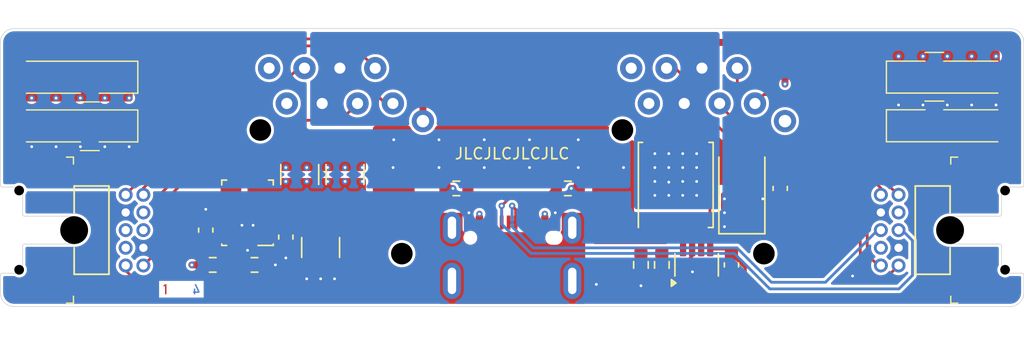
<source format=kicad_pcb>
(kicad_pcb (version 20240108) (generator "pcbnew") (generator_version "8.0")
  (title_block (date "2024-06-20") (rev "3"))
  (layers (0 "F.Cu" signal "Front") (1 "In1.Cu" power) (2 "In2.Cu" power) (31 "B.Cu" signal "Back") (35 "F.Paste" user) (36 "B.SilkS" user "B.Silkscreen") (37 "F.SilkS" user "F.Silkscreen") (38 "B.Mask" user) (39 "F.Mask" user) (44 "Edge.Cuts" user))
  (property "Order-Number" "JLCJLCJLCJLC")
  (net 0 "")
  (net 1 "GND")
  (net 2 "Net-(U201-VCAP)")
  (net 3 "/Power +5V/Feedback")
  (net 4 "+5V")
  (net 5 "/+24V-Input")
  (net 6 "/Power +5V/Vcc")
  (net 7 "/Polarity Protection/Gate")
  (net 8 "/Polarity Protection/Overvoltage")
  (net 10 "/+24V-Supply")
  (net 14 "/Plug-RX-A")
  (net 15 "/Plug-RX-B")
  (net 16 "/Plug-TX-Y")
  (net 17 "/Plug-TX-Z")
  (net 18 "/Socket-RX-A")
  (net 19 "/Socket-RX-B")
  (net 20 "/Socket-TX-Y")
  (net 21 "/Socket-TX-Z")
  (net 22 "/USB-CC1")
  (net 23 "/USB+")
  (net 24 "/USB-")
  (net 25 "/USB-CC2")
  (net 26 "Earth")
  (net 31 "/RJ45-Shield")
  (net 34 "VBUS")
  (footprint "V2_Package_TO_SOT_SMD:SOT-23-8" (layer "F.Cu") (at 167 112 90)
    (property "Reference" "U201" (hide yes))
    (property "Value" "LM74502-Q1")
  )
  (footprint "Resistor_SMD:R_0603_1608Metric" (layer "F.Cu") (at 132.25 112)
    (property "Reference" "R301" (hide yes))
    (property "Value" "40k2" (hide yes))
  )
  (footprint "V2_Connector_USB:JAE_DX07S016JA3" (layer "F.Cu") (at 153.75 112)
    (property "Reference" "J103" (hide yes))
    (property "Value" "JAE_DX07S016JA3")
  )
  (footprint "V2_Package_TO_SOT_SMD:TDSON-8-FL" (layer "F.Cu") (at 165.5 106.25 90)
    (property "Reference" "Q201" (hide yes))
    (property "Value" "BSC010N04LS")
  )
  (footprint "Resistor_SMD:R_0603_1608Metric" (layer "F.Cu") (at 164.5 112 90)
    (property "Reference" "R201" (hide yes))
    (property "Value" "100k")
  )
  (footprint "V2_Fiducial:Fiducial_0.5mm_Mask1mm_Paste" (layer "F.Cu") (at 189.5 114)
    (property "Reference" "FID103" (hide yes))
    (property "Value" "Fiducial" (hide yes))
  )
  (footprint "V2_Artwork:Socket_Small" (layer "F.Cu") (at 123.5 113.75)
    (property "Reference" "ICON108" (hide yes))
    (property "Value" "Socket" (hide yes))
  )
  (footprint "V2_Fiducial:Fiducial_0.5mm_Mask1mm_Paste" (layer "F.Cu") (at 118 114)
    (property "Reference" "FID101" (hide yes))
    (property "Value" "Fiducial" (hide yes))
  )
  (footprint "V2_Artwork:Arrow_Out" (layer "F.Cu") (at 176.25 99)
    (property "Reference" "ICON111" (hide yes))
    (property "Value" "Arrow_Out" (hide yes))
  )
  (footprint "V2_Production:Order_Number" (layer "F.Cu") (at 153.75 104)
    (property "Reference" "INFO102" (hide yes))
    (property "Value" "ORDER-NUMBER" (hide yes))
  )
  (footprint "V2_Artwork:Logo_Small" (layer "F.Cu") (at 153.75 99)
    (property "Reference" "ICON102" (hide yes))
    (property "Value" "V2-logo" (hide yes))
  )
  (footprint "V2_Connector_WAGO:2065-100" (layer "F.Cu") (at 123 102)
    (property "Reference" "J106" (hide yes))
    (property "Value" "WAGO-2065" (hide yes))
  )
  (footprint "V2_Connector_Header_1.27mm:PinHeader_2x05_P1.27mm_Horizontal" (layer "F.Cu") (at 181.5 109.5 -90)
    (property "Reference" "J101" (hide yes))
    (property "Value" "2x05_Horizontal")
  )
  (footprint "V2_PCB_Devices:PCB_Plug_Horizontal" (layer "F.Cu") (at 181.5 109.5 -90)
    (property "Reference" "PLUG101" (hide yes))
    (property "Value" "PCB_Plug_Horizontal")
    (fp_line (start -1 -3.7) (end 1 -3.7) (stroke (width 0.05)) (layer "Edge.Cuts"))
    (fp_line (start 1 -3.7) (end 1 -7.25) (stroke (width 0.05)) (layer "Edge.Cuts"))
    (fp_line (start -1 -7.25) (end -1 -3.7) (stroke (width 0.05)) (layer "Edge.Cuts"))
    (fp_line (start -3.1 -7.4) (end -1.15 -7.4) (stroke (width 0.05)) (layer "Edge.Cuts"))
    (fp_line (start 1.15 -7.4) (end 3.1 -7.4) (stroke (width 0.05)) (layer "Edge.Cuts"))
    (fp_line (start 3.1 -7.4) (end 3.1 -8.85) (stroke (width 0.05)) (layer "Edge.Cuts"))
    (fp_line (start -3.1 -8.85) (end -3.1 -7.4) (stroke (width 0.05)) (layer "Edge.Cuts"))
    (fp_arc (start 1 -7.25) (mid 1.043934 -7.356066) (end 1.15 -7.4) (stroke (width 0.05)) (layer "Edge.Cuts"))
    (fp_arc (start -1.15 -7.4) (mid -1.043934 -7.356066) (end -1 -7.25) (stroke (width 0.05)) (layer "Edge.Cuts"))
    (fp_arc (start 3.1 -8.85) (mid 3.143934 -8.956066) (end 3.25 -9) (stroke (width 0.05)) (layer "Edge.Cuts"))
    (fp_arc (start -3.25 -9) (mid -3.143934 -8.956066) (end -3.1 -8.85) (stroke (width 0.05)) (layer "Edge.Cuts"))
  )
  (footprint "Diode_SMD:D_SMA" (layer "F.Cu") (at 170.25 106.25 90)
    (property "Reference" "TVS101" (hide yes))
    (property "Value" "SMAJ36CA")
  )
  (footprint "Resistor_SMD:R_0603_1608Metric" (layer "F.Cu") (at 157.75 106.5)
    (property "Reference" "R102" (hide yes))
    (property "Value" "5k1")
  )
  (footprint "Capacitor_SMD:C_0603_1608Metric" (layer "F.Cu") (at 169.5 112 -90)
    (property "Reference" "C201" (hide yes))
    (property "Value" "0u22")
  )
  (footprint "Capacitor_SMD:C_1210_3225Metric" (layer "F.Cu") (at 138.5 105.5 90)
    (property "Reference" "C304" (hide yes))
    (property "Value" "22u")
  )
  (footprint "Capacitor_SMD:C_0603_1608Metric" (layer "F.Cu") (at 173 106.5 -90)
    (property "Reference" "C102" (hide yes))
    (property "Value" "0u1")
  )
  (footprint "V2_Artwork:Plus_Small" (layer "F.Cu") (at 127.75 102 90)
    (property "Reference" "ICON105" (hide yes))
    (property "Value" "Plus" (hide yes))
  )
  (footprint "V2_PCB_Devices:PCB_Plug_Horizontal" (layer "F.Cu") (at 126 109.5 90)
    (property "Reference" "PLUG102" (hide yes))
    (property "Value" "PCB_Plug_Horizontal")
    (fp_line (start -3.1 -8.85) (end -3.1 -7.4) (stroke (width 0.05)) (layer "Edge.Cuts"))
    (fp_line (start 3.1 -7.4) (end 3.1 -8.85) (stroke (width 0.05)) (layer "Edge.Cuts"))
    (fp_line (start 1.15 -7.4) (end 3.1 -7.4) (stroke (width 0.05)) (layer "Edge.Cuts"))
    (fp_line (start -3.1 -7.4) (end -1.15 -7.4) (stroke (width 0.05)) (layer "Edge.Cuts"))
    (fp_line (start -1 -7.25) (end -1 -3.7) (stroke (width 0.05)) (layer "Edge.Cuts"))
    (fp_line (start 1 -3.7) (end 1 -7.25) (stroke (width 0.05)) (layer "Edge.Cuts"))
    (fp_line (start -1 -3.7) (end 1 -3.7) (stroke (width 0.05)) (layer "Edge.Cuts"))
    (fp_arc (start -3.25 -9) (mid -3.143934 -8.956066) (end -3.1 -8.85) (stroke (width 0.05)) (layer "Edge.Cuts"))
    (fp_arc (start 3.1 -8.85) (mid 3.143934 -8.956066) (end 3.25 -9) (stroke (width 0.05)) (layer "Edge.Cuts"))
    (fp_arc (start -1.15 -7.4) (mid -1.043934 -7.356066) (end -1 -7.25) (stroke (width 0.05)) (layer "Edge.Cuts"))
    (fp_arc (start 1 -7.25) (mid 1.043934 -7.356066) (end 1.15 -7.4) (stroke (width 0.05)) (layer "Edge.Cuts"))
  )
  (footprint "V2_Artwork:24V" (layer "F.Cu") (at 131.25 97.25)
    (property "Reference" "ICON107" (hide yes))
    (property "Value" "24V" (hide yes))
  )
  (footprint "Resistor_SMD:R_0603_1608Metric" (layer "F.Cu") (at 149.75 106.5 180)
    (property "Reference" "R101" (hide yes))
    (property "Value" "5k1")
  )
  (footprint "V2_Artwork:5V" (layer "F.Cu") (at 176.25 97.25)
    (property "Reference" "ICON106" (hide yes))
    (property "Value" "5V" (hide yes))
  )
  (footprint "V2_Connector_Header_1.27mm:PinHeader_2x05_P1.27mm_Horizontal" (layer "F.Cu") (at 126 109.5 90)
    (property "Reference" "J104" (hide yes))
    (property "Value" "2x05_Horizontal")
  )
  (footprint "V2_Production:Layer_Numbers" (layer "F.Cu") (at 130 113.75)
    (property "Reference" "INFO101" (hide yes))
    (property "Value" "Layer_Numbers" (hide yes))
  )
  (footprint "Capacitor_SMD:C_1210_3225Metric" (layer "F.Cu") (at 140 110.75 -90)
    (property "Reference" "C301" (hide yes))
    (property "Value" "10u")
  )
  (footprint "V2_Connector_WAGO:2065-100" (layer "F.Cu") (at 123 98.5)
    (property "Reference" "J109" (hide yes))
    (property "Value" "WAGO-2065" (hide yes))
  )
  (footprint "Resistor_SMD:R_0603_1608Metric" (layer "F.Cu") (at 163 112 -90)
    (property "Reference" "R202" (hide yes))
    (property "Value" "4k7")
  )
  (footprint "Capacitor_SMD:C_0603_1608Metric" (layer "F.Cu") (at 137.5 110 -90)
    (property "Reference" "C302" (hide yes))
    (property "Value" "0u1" (hide yes))
  )
  (footprint "V2_Connector_WAGO:2065-100" (layer "F.Cu") (at 184.5 98.5 180)
    (property "Reference" "J108" (hide yes))
    (property "Value" "WAGO-2065" (hide yes))
  )
  (footprint "V2_Artwork:Plug_Small" (layer "F.Cu") (at 184 113.75 180)
    (property "Reference" "ICON109" (hide yes))
    (property "Value" "Plug" (hide yes))
  )
  (footprint "V2_Connector_WAGO:2065-100" (layer "F.Cu") (at 184.5 102 180)
    (property "Reference" "J107" (hide yes))
    (property "Value" "WAGO-2065" (hide yes))
  )
  (footprint "Capacitor_SMD:C_0603_1608Metric" (layer "F.Cu") (at 131.75 109.5 90)
    (property "Reference" "C305" (hide yes))
    (property "Value" "1u" (hide yes))
  )
  (footprint "Resistor_SMD:R_0603_1608Metric" (layer "F.Cu") (at 135.25 112)
    (property "Reference" "R302" (hide yes))
    (property "Value" "10k" (hide yes))
  )
  (footprint "V2_Converter_DCDC:TPSM33625" (layer "F.Cu") (at 134.75 108.25 180)
    (property "Reference" "U301" (hide yes))
    (property "Value" "TPSM33625" (hide yes))
  )
  (footprint "V2_Fiducial:Fiducial_0.5mm_Mask1mm_Paste" (layer "F.Cu") (at 118 96)
    (property "Reference" "FID102" (hide yes))
    (property "Value" "Fiducial" (hide yes))
  )
  (footprint "Capacitor_SMD:C_1210_3225Metric" (layer "F.Cu") (at 141.75 105.5 90)
    (property "Reference" "C303" (hide yes))
    (property "Value" "22u")
  )
  (footprint "V2_Artwork:Plus_Small" (layer "F.Cu") (at 179.75 98.5 -90)
    (property "Reference" "ICON103" (hide yes))
    (property "Value" "Plus" (hide yes))
  )
  (footprint "V2_Artwork:Arrow_Out" (layer "F.Cu") (at 131.25 99)
    (property "Reference" "ICON110" (hide yes))
    (property "Value" "Arrow_Out" (hide yes))
  )
  (footprint "V2_Connector_EtherCon:NE8FAH" (layer "B.Cu") (at 166.75 115)
    (property "Reference" "J102" (hide yes))
    (property "Value" "NE8FAH" (hide yes))
  )
  (footprint "V2_Connector_EtherCon:NE8FAH" (layer "B.Cu") (at 140.75 115)
    (property "Reference" "J105" (hide yes))
    (property "Value" "NE8FAH" (hide yes))
  )
  (gr_line (start 190.5 96) (end 190.5 106.25) (stroke (width 0.05)) (layer "Edge.Cuts"))
  (gr_line (start 117 112.75) (end 117 114) (stroke (width 0.05)) (layer "Edge.Cuts"))
  (gr_line (start 118 95) (end 189.5 95) (stroke (width 0.05)) (layer "Edge.Cuts"))
  (gr_line (start 117 96) (end 117 106.25) (stroke (width 0.05)) (layer "Edge.Cuts"))
  (gr_line (start 190.5 112.75) (end 190.5 114) (stroke (width 0.05)) (layer "Edge.Cuts"))
  (gr_arc (start 118 115) (mid 117.292893 114.707107) (end 117 114) (stroke (width 0.05)) (layer "Edge.Cuts"))
  (gr_arc (start 190.5 114) (mid 190.207107 114.707107) (end 189.5 115) (stroke (width 0.05)) (layer "Edge.Cuts"))
  (gr_arc (start 117 96) (mid 117.292893 95.292893) (end 118 95) (stroke (width 0.05)) (layer "Edge.Cuts"))
  (gr_arc (start 189.5 95) (mid 190.207107 95.292893) (end 190.5 96) (stroke (width 0.05)) (layer "Edge.Cuts"))
  (gr_line (start 118 115) (end 189.5 115) (stroke (width 0.05)) (layer "Edge.Cuts"))
  (segment (start 163 113.5) (end 163 112.825) (width 0.5) (layer "F.Cu") (net 1))
  (segment (start 131.75 108) (end 131.75 108.725) (width 0.5) (layer "F.Cu") (net 1))
  (segment (start 136.75 112) (end 136.075 112) (width 0.5) (layer "F.Cu") (net 1))
  (segment (start 166.699875 112.5) (end 166.675 112.524875) (width 0.3) (layer "F.Cu") (net 1))
  (segment (start 150.65 108.251038) (end 150.65 108.95) (width 0.5) (layer "F.Cu") (net 1))
  (segment (start 158.575 106.5) (end 158 106.5) (width 0.5) (layer "F.Cu") (net 1))
  (segment (start 134.75 110.95) (end 134.75 109.95) (width 0.3) (layer "F.Cu") (net 1))
  (segment (start 137.5 111.5) (end 137.5 110.775) (width 0.5) (layer "F.Cu") (net 1))
  (segment (start 150.648962 108.25) (end 150.65 108.251038) (width 0.5) (layer "F.Cu") (net 1))
  (segment (start 148.925 106.5) (end 149.5 106.5) (width 0.5) (layer "F.Cu") (net 1))
  (segment (start 156.85 108.95) (end 156.85 108.25) (width 0.5) (layer "F.Cu") (net 1))
  (segment (start 166.675 112.524875) (end 166.675 113.1375) (width 0.3) (layer "F.Cu") (net 1))
  (via (at 137.5 105) (size 0.45) (drill 0.2) (layers "F.Cu" "B.Cu") (net 1))
  (via (at 183.25 100.5) (size 0.45) (drill 0.2) (layers "F.Cu" "B.Cu") (net 1))
  (via (at 139 105) (size 0.45) (drill 0.2) (layers "F.Cu" "B.Cu") (net 1))
  (via (at 156.85 108.25) (size 0.45) (drill 0.2) (layers "F.Cu" "B.Cu") (net 1))
  (via (at 163 113.5) (size 0.45) (drill 0.2) (layers "F.Cu" "B.Cu") (net 1))
  (via (at 166.699875 112.5) (size 0.45) (drill 0.2) (layers "F.Cu" "B.Cu") (net 1))
  (via (at 158 106.5) (size 0.45) (drill 0.2) (layers "F.Cu" "B.Cu") (net 1))
  (via (at 134.75 110.95) (size 0.45) (drill 0.2) (layers "F.Cu" "B.Cu") (net 1))
  (via (at 122.75 100) (size 0.45) (drill 0.2) (layers "F.Cu" "B.Cu") (net 1))
  (via (at 150.648962 108.25) (size 0.45) (drill 0.2) (layers "F.Cu" "B.Cu") (net 1))
  (via (at 169 107.25) (size 0.45) (drill 0.2) (layers "F.Cu" "B.Cu") (net 1))
  (via (at 178.2 112.8) (size 0.45) (drill 0.2) (layers "F.Cu" "B.Cu") (net 1))
  (via (at 136.75 112) (size 0.45) (drill 0.2) (layers "F.Cu" "B.Cu") (net 1))
  (via (at 139 113) (size 0.45) (drill 0.2) (layers "F.Cu" "B.Cu") (net 1))
  (via (at 169 108.25) (size 0.45) (drill 0.2) (layers "F.Cu" "B.Cu") (net 1))
  (via (at 140 113) (size 0.45) (drill 0.2) (layers "F.Cu" "B.Cu") (net 1))
  (via (at 126.25 100) (size 0.45) (drill 0.2) (layers "F.Cu" "B.Cu") (net 1))
  (via (at 119.25 100) (size 0.45) (drill 0.2) (layers "F.Cu" "B.Cu") (net 1))
  (via (at 149.5 106.5) (size 0.45) (drill 0.2) (layers "F.Cu" "B.Cu") (net 1))
  (via (at 143 105) (size 0.45) (drill 0.2) (layers "F.Cu" "B.Cu") (net 1))
  (via (at 188.5 100.5) (size 0.45) (drill 0.2) (layers "F.Cu" "B.Cu") (net 1))
  (via (at 141.75 105) (size 0.45) (drill 0.2) (layers "F.Cu" "B.Cu") (net 1))
  (via (at 137.5 111.5) (size 0.45) (drill 0.2) (layers "F.Cu" "B.Cu") (net 1))
  (via (at 186.75 100.5) (size 0.45) (drill 0.2) (layers "F.Cu" "B.Cu") (net 1))
  (via (at 171.75 107.25) (size 0.45) (drill 0.2) (layers "F.Cu" "B.Cu") (net 1))
  (via (at 169 109.25) (size 0.45) (drill 0.2) (layers "F.Cu" "B.Cu") (net 1))
  (via (at 124.5 100) (size 0.45) (drill 0.2) (layers "F.Cu" "B.Cu") (net 1))
  (via (at 141 113) (size 0.45) (drill 0.2) (layers "F.Cu" "B.Cu") (net 1))
  (via (at 159.8 113.4) (size 0.45) (drill 0.2) (layers "F.Cu" "B.Cu") (net 1))
  (via (at 131.75 108) (size 0.45) (drill 0.2) (layers "F.Cu" "B.Cu") (net 1))
  (via (at 185 100.5) (size 0.45) (drill 0.2) (layers "F.Cu" "B.Cu") (net 1))
  (via (at 140.5 105) (size 0.45) (drill 0.2) (layers "F.Cu" "B.Cu") (net 1))
  (via (at 121 100) (size 0.45) (drill 0.2) (layers "F.Cu" "B.Cu") (net 1))
  (via (at 181.5 100.5) (size 0.45) (drill 0.2) (layers "F.Cu" "B.Cu") (net 1))
  (segment (start 169.1375 113.1375) (end 169.5 112.775) (width 0.2) (layer "F.Cu") (net 2))
  (segment (start 167.975 113.1375) (end 169.1375 113.1375) (width 0.2) (layer "F.Cu") (net 2))
  (segment (start 134.25 110.31) (end 134.225 110.335) (width 0.2) (layer "F.Cu") (net 3))
  (segment (start 134.225 111.8) (end 134.425 112) (width 0.2) (layer "F.Cu") (net 3))
  (segment (start 134.425 112) (end 133.075 112) (width 0.2) (layer "F.Cu") (net 3))
  (segment (start 134.225 110.335) (end 134.225 111.8) (width 0.2) (layer "F.Cu") (net 3))
  (segment (start 131.425 112) (end 130.75 112) (width 0.5) (layer "F.Cu") (net 4))
  (via (at 183.25 97) (size 0.45) (drill 0.2) (layers "F.Cu" "B.Cu") (net 4))
  (via (at 186.75 97) (size 0.45) (drill 0.2) (layers "F.Cu" "B.Cu") (net 4))
  (via (at 130.75 112) (size 0.45) (drill 0.2) (layers "F.Cu" "B.Cu") (net 4))
  (via (at 139 106) (size 0.45) (drill 0.2) (layers "F.Cu" "B.Cu") (net 4))
  (via (at 143 106) (size 0.45) (drill 0.2) (layers "F.Cu" "B.Cu") (net 4))
  (via (at 141.75 106) (size 0.45) (drill 0.2) (layers "F.Cu" "B.Cu") (net 4))
  (via (at 188.5 97) (size 0.45) (drill 0.2) (layers "F.Cu" "B.Cu") (net 4))
  (via (at 185 97) (size 0.45) (drill 0.2) (layers "F.Cu" "B.Cu") (net 4))
  (via (at 137.5 106) (size 0.45) (drill 0.2) (layers "F.Cu" "B.Cu") (net 4))
  (via (at 181.5 97) (size 0.45) (drill 0.2) (layers "F.Cu" "B.Cu") (net 4))
  (via (at 140.5 106) (size 0.45) (drill 0.2) (layers "F.Cu" "B.Cu") (net 4))
  (segment (start 170.5 113.5) (end 169.5 114.5) (width 0.2) (layer "F.Cu") (net 5))
  (segment (start 166.025 114.025) (end 166.025 113.1375) (width 0.2) (layer "F.Cu") (net 5))
  (segment (start 167.955 110.8425) (end 167.975 110.8625) (width 0.2) (layer "F.Cu") (net 5))
  (segment (start 169.1375 110.8625) (end 169.5 111.225) (width 0.2) (layer "F.Cu") (net 5))
  (segment (start 169.5 111.225) (end 170.5 112.225) (width 0.2) (layer "F.Cu") (net 5))
  (segment (start 167.955 107.955) (end 167.955 110.8425) (width 0.2) (layer "F.Cu") (net 5))
  (segment (start 170.5 112.225) (end 170.5 113.5) (width 0.2) (layer "F.Cu") (net 5))
  (segment (start 166.025 113.1375) (end 164.8125 113.1375) (width 0.2) (layer "F.Cu") (net 5))
  (segment (start 167.975 110.8625) (end 169.1375 110.8625) (width 0.2) (layer "F.Cu") (net 5))
  (segment (start 167.75 107.75) (end 167.955 107.955) (width 0.2) (layer "F.Cu") (net 5))
  (segment (start 166.5 114.5) (end 166.025 114.025) (width 0.2) (layer "F.Cu") (net 5))
  (segment (start 164.8125 113.1375) (end 164.5 112.825) (width 0.2) (layer "F.Cu") (net 5))
  (segment (start 169.5 114.5) (end 166.5 114.5) (width 0.2) (layer "F.Cu") (net 5))
  (segment (start 135.275 110.335) (end 135.25 110.31) (width 0.2) (layer "F.Cu") (net 6))
  (segment (start 131.75 110.275) (end 132.25 110.775) (width 0.2) (layer "F.Cu") (net 6))
  (segment (start 132.25 112.5) (end 132.75 113) (width 0.2) (layer "F.Cu") (net 6))
  (segment (start 132.25 110.775) (end 132.25 112.5) (width 0.2) (layer "F.Cu") (net 6))
  (segment (start 135.275 112.475) (end 135.275 110.335) (width 0.2) (layer "F.Cu") (net 6))
  (segment (start 133.3625 110.21) (end 131.815 110.21) (width 0.5) (layer "F.Cu") (net 6))
  (segment (start 131.815 110.21) (end 131.75 110.275) (width 0.2) (layer "F.Cu") (net 6))
  (segment (start 134.75 113) (end 135.275 112.475) (width 0.2) (layer "F.Cu") (net 6))
  (segment (start 132.75 113) (end 134.75 113) (width 0.2) (layer "F.Cu") (net 6))
  (segment (start 167.405 110.7825) (end 167.405 108.9) (width 0.2) (layer "F.Cu") (net 7))
  (segment (start 167.325 110.8625) (end 167.405 110.7825) (width 0.2) (layer "F.Cu") (net 7))
  (segment (start 163 111.175) (end 164.5 111.175) (width 0.2) (layer "F.Cu") (net 8))
  (segment (start 166.035404 112) (end 166.675 111.360404) (width 0.2) (layer "F.Cu") (net 8))
  (segment (start 165.325 112) (end 166.035404 112) (width 0.2) (layer "F.Cu") (net 8))
  (segment (start 164.5 111.175) (end 165.325 112) (width 0.2) (layer "F.Cu") (net 8))
  (segment (start 166.675 111.360404) (end 166.675 110.8625) (width 0.2) (layer "F.Cu") (net 8))
  (segment (start 166.025 108.835621) (end 166.025 110.8625) (width 0.2) (layer "F.Cu") (net 10))
  (segment (start 164.865 108.835621) (end 166.025 108.835621) (width 0.2) (layer "F.Cu") (net 10))
  (via (at 121 103.5) (size 0.45) (drill 0.2) (layers "F.Cu" "B.Cu") (net 10))
  (via (at 119.25 103.5) (size 0.45) (drill 0.2) (layers "F.Cu" "B.Cu") (net 10))
  (via (at 126.25 103.5) (size 0.45) (drill 0.2) (layers "F.Cu" "B.Cu") (net 10))
  (via (at 158.5 103) (size 0.45) (drill 0.2) (layers "F.Cu" "B.Cu") (net 10))
  (via (at 151.75 103) (size 0.45) (drill 0.2) (layers "F.Cu" "B.Cu") (net 10))
  (via (at 145.2 105) (size 0.45) (drill 0.2) (layers "F.Cu" "B.Cu") (net 10))
  (via (at 151.75 105) (size 0.45) (drill 0.2) (layers "F.Cu" "B.Cu") (net 10))
  (via (at 145.25 103) (size 0.45) (drill 0.2) (layers "F.Cu" "B.Cu") (net 10))
  (via (at 124.5 103.5) (size 0.45) (drill 0.2) (layers "F.Cu" "B.Cu") (net 10))
  (via (at 161.75 105) (size 0.45) (drill 0.2) (layers "F.Cu" "B.Cu") (net 10))
  (via (at 148.5 103) (size 0.45) (drill 0.2) (layers "F.Cu" "B.Cu") (net 10))
  (via (at 148.5 105) (size 0.45) (drill 0.2) (layers "F.Cu" "B.Cu") (net 10))
  (via (at 155 105) (size 0.45) (drill 0.2) (layers "F.Cu" "B.Cu") (net 10))
  (via (at 155 103) (size 0.45) (drill 0.2) (layers "F.Cu" "B.Cu") (net 10))
  (via (at 158.5 105) (size 0.45) (drill 0.2) (layers "F.Cu" "B.Cu") (net 10))
  (via (at 122.75 103.5) (size 0.45) (drill 0.2) (layers "F.Cu" "B.Cu") (net 10))
  (segment (start 179.25 111.25) (end 179.25 109.5) (width 0.2) (layer "F.Cu") (net 14))
  (segment (start 179.25 109.5) (end 171.801309 102.051309) (width 0.2) (layer "F.Cu") (net 14))
  (segment (start 170.181309 102.051309) (end 168.65 100.52) (width 0.2) (layer "F.Cu") (net 14))
  (segment (start 180.23 112.04) (end 180.04 112.04) (width 0.2) (layer "F.Cu") (net 14))
  (segment (start 168.65 100.52) (end 168.65 100.39) (width 0.2) (layer "F.Cu") (net 14))
  (segment (start 180.04 112.04) (end 179.25 111.25) (width 0.2) (layer "F.Cu") (net 14))
  (segment (start 171.801309 102.051309) (end 170.181309 102.051309) (width 0.2) (layer "F.Cu") (net 14))
  (segment (start 167.332604 100.832604) (end 169 102.5) (width 0.2) (layer "F.Cu") (net 15))
  (segment (start 171.5 102.5) (end 178.75 109.75) (width 0.2) (layer "F.Cu") (net 15))
  (segment (start 179.75 113) (end 180.54 113) (width 0.2) (layer "F.Cu") (net 15))
  (segment (start 164.84 97.85) (end 165.465605 97.85) (width 0.2) (layer "F.Cu") (net 15))
  (segment (start 167.332604 99.716999) (end 167.332604 100.832604) (width 0.2) (layer "F.Cu") (net 15))
  (segment (start 169 102.5) (end 171.5 102.5) (width 0.2) (layer "F.Cu") (net 15))
  (segment (start 165.465605 97.85) (end 167.332604 99.716999) (width 0.2) (layer "F.Cu") (net 15))
  (segment (start 178.75 112) (end 179.75 113) (width 0.2) (layer "F.Cu") (net 15))
  (segment (start 180.54 113) (end 181.5 112.04) (width 0.2) (layer "F.Cu") (net 15))
  (segment (start 178.75 109.75) (end 178.75 112) (width 0.2) (layer "F.Cu") (net 15))
  (segment (start 171.19 100.39) (end 171.83 99.75) (width 0.2) (layer "F.Cu") (net 16))
  (segment (start 174.25 99.75) (end 181.46 106.96) (width 0.2) (layer "F.Cu") (net 16))
  (segment (start 171.83 99.75) (end 174.25 99.75) (width 0.2) (layer "F.Cu") (net 16))
  (segment (start 181.46 106.96) (end 181.5 106.96) (width 0.2) (layer "F.Cu") (net 16))
  (segment (start 173.04155 100.25) (end 174 100.25) (width 0.2) (layer "F.Cu") (net 17))
  (segment (start 169.92 97.85) (end 169.92 100.92) (width 0.2) (layer "F.Cu") (net 17))
  (segment (start 169.92 100.92) (end 170.610962 101.610962) (width 0.2) (layer "F.Cu") (net 17))
  (segment (start 174 100.25) (end 180.23 106.48) (width 0.2) (layer "F.Cu") (net 17))
  (segment (start 180.23 106.48) (end 180.23 106.96) (width 0.2) (layer "F.Cu") (net 17))
  (segment (start 171.680588 101.610962) (end 173.04155 100.25) (width 0.2) (layer "F.Cu") (net 17))
  (segment (start 170.610962 101.610962) (end 171.680588 101.610962) (width 0.2) (layer "F.Cu") (net 17))
  (segment (start 134.5 97.532843) (end 134.5 99.25) (width 0.2) (layer "F.Cu") (net 18))
  (segment (start 142.643682 98.393682) (end 142.643682 97.268682) (width 0.2) (layer "F.Cu") (net 18))
  (segment (start 145.19 100.39) (end 144.64 100.39) (width 0.2) (layer "F.Cu") (net 18))
  (segment (start 127.27 106.48) (end 127.27 106.96) (width 0.2) (layer "F.Cu") (net 18))
  (segment (start 144.64 100.39) (end 142.643682 98.393682) (width 0.2) (layer "F.Cu") (net 18))
  (segment (start 142.643682 97.268682) (end 141.625 96.25) (width 0.2) (layer "F.Cu") (net 18))
  (segment (start 141.625 96.25) (end 135.782843 96.25) (width 0.2) (layer "F.Cu") (net 18))
  (segment (start 134.5 99.25) (end 127.27 106.48) (width 0.2) (layer "F.Cu") (net 18))
  (segment (start 135.782843 96.25) (end 134.5 97.532843) (width 0.2) (layer "F.Cu") (net 18))
  (segment (start 143.92 97.85) (end 143.92 97.833619) (width 0.2) (layer "F.Cu") (net 19))
  (segment (start 143.92 97.833619) (end 141.836381 95.75) (width 0.2) (layer "F.Cu") (net 19))
  (segment (start 134 97.25) (end 134 98.9375) (width 0.2) (layer "F.Cu") (net 19))
  (segment (start 141.836381 95.75) (end 135.5 95.75) (width 0.2) (layer "F.Cu") (net 19))
  (segment (start 134 98.9375) (end 126 106.9375) (width 0.2) (layer "F.Cu") (net 19))
  (segment (start 126 106.9375) (end 126 106.96) (width 0.2) (layer "F.Cu") (net 19))
  (segment (start 135.5 95.75) (end 134 97.25) (width 0.2) (layer "F.Cu") (net 19))
  (segment (start 141.44 101.6) (end 142.65 100.39) (width 0.2) (layer "F.Cu") (net 20))
  (segment (start 126 112.395) (end 126.605 113) (width 0.2) (layer "F.Cu") (net 20))
  (segment (start 128.8 112.2) (end 128.8 107.4) (width 0.2) (layer "F.Cu") (net 20))
  (segment (start 126 112.04) (end 126 112.395) (width 0.2) (layer "F.Cu") (net 20))
  (segment (start 126.605 113) (end 128 113) (width 0.2) (layer "F.Cu") (net 20))
  (segment (start 137 101.6) (end 141.44 101.6) (width 0.2) (layer "F.Cu") (net 20))
  (segment (start 136.4 101) (end 137 101.6) (width 0.2) (layer "F.Cu") (net 20))
  (segment (start 135.2 101) (end 136.4 101) (width 0.2) (layer "F.Cu") (net 20))
  (segment (start 128 113) (end 128.8 112.2) (width 0.2) (layer "F.Cu") (net 20))
  (segment (start 128.8 107.4) (end 135.2 101) (width 0.2) (layer "F.Cu") (net 20))
  (segment (start 138.4 97.85) (end 137.05 99.2) (width 0.2) (layer "F.Cu") (net 21))
  (segment (start 136.2 99.2) (end 128.25 107.15) (width 0.2) (layer "F.Cu") (net 21))
  (segment (start 138.84 97.85) (end 138.4 97.85) (width 0.2) (layer "F.Cu") (net 21))
  (segment (start 137.05 99.2) (end 136.2 99.2) (width 0.2) (layer "F.Cu") (net 21))
  (segment (start 128.25 111.06) (end 127.27 112.04) (width 0.2) (layer "F.Cu") (net 21))
  (segment (start 128.25 107.15) (end 128.25 111.06) (width 0.2) (layer "F.Cu") (net 21))
  (segment (start 152 107.925) (end 152 108.95) (width 0.2) (layer "F.Cu") (net 22))
  (segment (start 150.575 106.5) (end 152 107.925) (width 0.2) (layer "F.Cu") (net 22))
  (segment (start 153.75 108.95) (end 154 108.95) (width 0.2) (layer "F.Cu") (net 23))
  (segment (start 153.75 107.75) (end 154 108) (width 0.2) (layer "F.Cu") (net 23))
  (segment (start 154 108) (end 154 108.95) (width 0.2) (layer "F.Cu") (net 23))
  (segment (start 153.5 108.95) (end 153.75 108.95) (width 0.2) (layer "F.Cu") (net 23))
  (via (at 153.75 107.75) (size 0.45) (drill 0.2) (layers "F.Cu" "B.Cu") (net 23))
  (segment (start 153.75 109.25) (end 155.275 110.775) (width 0.2) (layer "B.Cu") (net 23))
  (segment (start 169.89472 110.775) (end 172.36972 113.25) (width 0.2) (layer "B.Cu") (net 23))
  (segment (start 180 109.5) (end 180.23 109.5) (width 0.2) (layer "B.Cu") (net 23))
  (segment (start 155.275 110.775) (end 169.89472 110.775) (width 0.2) (layer "B.Cu") (net 23))
  (segment (start 153.75 107.75) (end 153.75 109.25) (width 0.2) (layer "B.Cu") (net 23))
  (segment (start 172.36972 113.25) (end 176.25 113.25) (width 0.2) (layer "B.Cu") (net 23))
  (segment (start 176.25 113.25) (end 180 109.5) (width 0.2) (layer "B.Cu") (net 23))
  (segment (start 153.975 107.225) (end 154.5 107.75) (width 0.2) (layer "F.Cu") (net 24))
  (segment (start 154.5 107.75) (end 154.5 108.95) (width 0.2) (layer "F.Cu") (net 24))
  (segment (start 153 107.75) (end 153 108.95) (width 0.2) (layer "F.Cu") (net 24))
  (segment (start 153.525 107.225) (end 153.975 107.225) (width 0.2) (layer "F.Cu") (net 24))
  (segment (start 153 107.75) (end 153.525 107.225) (width 0.2) (layer "F.Cu") (net 24))
  (via (at 153 107.75) (size 0.45) (drill 0.2) (layers "F.Cu" "B.Cu") (net 24))
  (segment (start 153 107.75) (end 153 109.065685) (width 0.2) (layer "B.Cu") (net 24))
  (segment (start 153 109.065685) (end 155.109315 111.175) (width 0.2) (layer "B.Cu") (net 24))
  (segment (start 155.109315 111.175) (end 169.702017 111.175) (width 0.2) (layer "B.Cu") (net 24))
  (segment (start 182.5 112.75) (end 182.5 110.25) (width 0.2) (layer "B.Cu") (net 24))
  (segment (start 181.525 113.725) (end 182.5 112.75) (width 0.2) (layer "B.Cu") (net 24))
  (segment (start 172.252017 113.725) (end 181.525 113.725) (width 0.2) (layer "B.Cu") (net 24))
  (segment (start 182.5 110.25) (end 181.75 109.5) (width 0.2) (layer "B.Cu") (net 24))
  (segment (start 181.75 109.5) (end 181.5 109.5) (width 0.2) (layer "B.Cu") (net 24))
  (segment (start 169.702017 111.175) (end 172.252017 113.725) (width 0.2) (layer "B.Cu") (net 24))
  (segment (start 156.925 106.5) (end 156.75 106.5) (width 0.2) (layer "F.Cu") (net 25))
  (segment (start 156.75 106.5) (end 155 108.25) (width 0.2) (layer "F.Cu") (net 25))
  (segment (start 155 108.25) (end 155 108.95) (width 0.2) (layer "F.Cu") (net 25))
  (segment (start 171 96) (end 150.2 96) (width 0.5) (layer "F.Cu") (net 31))
  (segment (start 150.2 96) (end 147.345 98.855) (width 0.5) (layer "F.Cu") (net 31))
  (segment (start 173.345 99) (end 173.345 98.345) (width 0.5) (layer "F.Cu") (net 31))
  (segment (start 173.345 98.345) (end 171 96) (width 0.5) (layer "F.Cu") (net 31))
  (segment (start 147.345 98.855) (end 147.345 101.655) (width 0.5) (layer "F.Cu") (net 31))
  (via (at 173.345 99) (size 0.45) (drill 0.2) (layers "F.Cu" "B.Cu") (net 31))
  (segment (start 151.402235 108.334278) (end 151.4 108.336513) (width 0.2) (layer "F.Cu") (net 34))
  (segment (start 156.100803 108.330359) (end 156.1 108.331162) (width 0.2) (layer "F.Cu") (net 34))
  (segment (start 151.4 108.336513) (end 151.4 108.95) (width 0.2) (layer "F.Cu") (net 34))
  (segment (start 156.1 108.331162) (end 156.1 108.95) (width 0.2) (layer "F.Cu") (net 34))
  (via (at 151.402235 108.334278) (size 0.45) (drill 0.2) (layers "F.Cu" "B.Cu") (net 34))
  (via (at 156.100803 108.330359) (size 0.45) (drill 0.2) (layers "F.Cu" "B.Cu") (net 34))
  (zone (net 4) (net_name "+5V") (layer "F.Cu") (connect_pads yes (clearance 0.2)) (min_thickness 0.254) (fill yes (thermal_gap 0.508) (thermal_bridge_width 0.508) (smoothing fillet) (radius 0.2))
    (polygon (pts (xy 181 99.5) (xy 181 96.58) (xy 188.77 96.58) (xy 188.77 99.5)))
  )
  (zone (net 1) (net_name "GND") (layer "F.Cu") (priority 2) (connect_pads yes (clearance 0.2)) (min_thickness 0.25) (fill yes (thermal_gap 0.5) (thermal_bridge_width 0.5) (smoothing fillet) (radius 0.2))
    (polygon (pts (xy 138.6 113.2) (xy 141.4 113.2) (xy 141.4 111.6) (xy 138.6 111.6)))
  )
  (zone (net 1) (net_name "GND") (layer "F.Cu") (connect_pads yes (clearance 0.2)) (min_thickness 0.254) (fill yes (thermal_gap 0.508) (thermal_bridge_width 0.508) (smoothing fillet) (radius 0.2))
    (polygon (pts (xy 181.02 103) (xy 181.02 100.25) (xy 188.77 100.25) (xy 188.77 103)))
  )
  (zone (net 10) (net_name "/+24V-Supply") (layer "F.Cu") (connect_pads yes (clearance 0.2)) (min_thickness 0.254) (fill yes (thermal_gap 0.508) (thermal_bridge_width 0.508) (smoothing fillet) (radius 0.2))
    (polygon (pts (xy 126.5 101) (xy 126.5 103.75) (xy 118.75 103.75) (xy 118.75 101)))
  )
  (zone (net 4) (net_name "+5V") (layer "F.Cu") (priority 2) (connect_pads yes (clearance 0.2)) (min_thickness 0.25) (fill yes (thermal_gap 0.5) (thermal_bridge_width 0.5) (smoothing fillet) (radius 0.2))
    (polygon (pts (xy 134.75 108.25) (xy 143.25 108.25) (xy 143.25 105.75) (xy 136.75 105.75) (xy 134.75 105.75)))
  )
  (zone (net 5) (net_name "/+24V-Input") (layer "F.Cu") (priority 1) (connect_pads yes (clearance 0.2)) (min_thickness 0.25) (fill yes (thermal_gap 0.5) (thermal_bridge_width 0.5) (smoothing fillet) (radius 0.2))
    (polygon (pts (xy 173.5 105.25) (xy 171.25 105.25) (xy 171.25 103) (xy 168.8 103) (xy 167.8 102) (xy 163 102) (xy 163 107.75) (xy 168 107.75) (xy 168 106.25) (xy 173.5 106.25)))
  )
  (zone (net 10) (net_name "/+24V-Supply") (layer "F.Cu") (priority 8) (connect_pads yes (clearance 0.2)) (min_thickness 0.25) (fill yes (thermal_gap 0.5) (thermal_bridge_width 0.5) (smoothing fillet) (radius 0.2))
    (polygon (pts (xy 162.5 108.25) (xy 166.5 108.25) (xy 166.5 109.75) (xy 165 109.75) (xy 165 110.5) (xy 159.5 110.5) (xy 159.5 105.75) (xy 146.75 105.75) (xy 146.75 111.25) (xy 139.75 111.25) (xy 138.25 109.75) (xy 135.75 109.75) (xy 135.75 108.5) (xy 143.75 108.5) (xy 143.75 102) (xy 162.5 102)))
  )
  (zone (net 1) (net_name "GND") (layer "F.Cu") (connect_pads yes (clearance 0.2)) (min_thickness 0.254) (fill yes (thermal_gap 0.508) (thermal_bridge_width 0.508) (smoothing fillet) (radius 0.2))
    (polygon (pts (xy 126.5 97.5) (xy 126.5 100.25) (xy 118.75 100.25) (xy 118.75 97.5)))
  )
  (zone (net 1) (net_name "GND") (layer "F.Cu") (priority 2) (connect_pads yes (clearance 0.2)) (min_thickness 0.25) (fill yes (thermal_gap 0.5) (thermal_bridge_width 0.5) (smoothing fillet) (radius 0.2))
    (polygon (pts (xy 137 105.25) (xy 143.25 105.25) (xy 143.25 103.25) (xy 137 103.25)))
  )
  (zone (net 1) (net_name "GND") (layer "F.Cu") (connect_pads yes (clearance 0.2)) (min_thickness 0.254) (fill yes (thermal_gap 0.508) (thermal_bridge_width 0.508) (smoothing fillet) (radius 0.2))
    (polygon (pts (xy 173.5 107.75) (xy 171.25 107.75) (xy 171.25 109.5) (xy 168.75 109.5) (xy 168.75 106.75) (xy 173.5 106.75)))
  )
  (zone (net 26) (net_name "Earth") (layer "F.Cu") (priority 3) (connect_pads yes (clearance 0.2)) (min_thickness 0.25) (fill yes (thermal_gap 0.5) (thermal_bridge_width 0.5) (smoothing fillet) (radius 0.2))
    (polygon (pts (xy 148.5 108.25) (xy 159 108.25) (xy 159 115) (xy 148.5 115)))
  )
  (zone (net 1) (net_name "GND") (layer "B.Cu") (connect_pads yes (clearance 0.2)) (min_thickness 0.2) (fill yes (thermal_gap 0.508) (thermal_bridge_width 0.508) (smoothing fillet) (radius 0.25))
    (polygon (pts (xy 190.5 115) (xy 117 115) (xy 117 95) (xy 190.5 95)))
  )
  (zone (net 10) (net_name "/+24V-Supply") (layer "B.Cu") (priority 6) (connect_pads yes (clearance 0.2)) (min_thickness 0.25) (fill yes (thermal_gap 0.5) (thermal_bridge_width 0.5) (smoothing fillet) (radius 0.2))
    (polygon (pts (xy 117 95) (xy 139 95) (xy 139 102.25) (xy 162.25 102.25) (xy 162.25 106.5) (xy 117 106.5)))
  )
  (zone (net 5) (net_name "/+24V-Input") (layer "B.Cu") (priority 5) (connect_pads yes (clearance 0.2)) (min_thickness 0.25) (fill yes (thermal_gap 0.5) (thermal_bridge_width 0.5) (smoothing fillet) (radius 0.2))
    (polygon (pts (xy 168.65 108) (xy 162.5 108) (xy 162.5 102) (xy 139.25 102) (xy 139.25 95.25) (xy 168.65 95.25)))
  )
)
</source>
